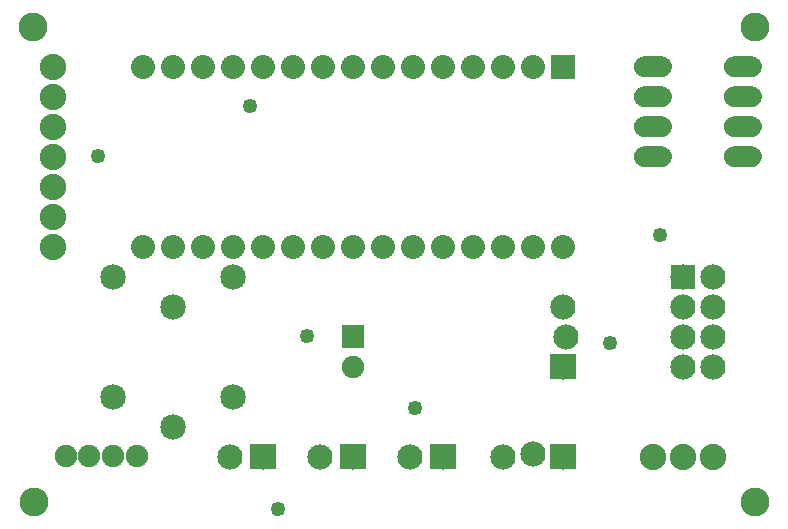
<source format=gts>
G04 MADE WITH FRITZING*
G04 WWW.FRITZING.ORG*
G04 DOUBLE SIDED*
G04 HOLES PLATED*
G04 CONTOUR ON CENTER OF CONTOUR VECTOR*
%ASAXBY*%
%FSLAX23Y23*%
%MOIN*%
%OFA0B0*%
%SFA1.0B1.0*%
%ADD10C,0.085000*%
%ADD11C,0.049370*%
%ADD12C,0.084000*%
%ADD13C,0.075000*%
%ADD14C,0.068189*%
%ADD15C,0.088000*%
%ADD16C,0.080000*%
%ADD17C,0.096614*%
%ADD18R,0.084000X0.084000*%
%ADD19R,0.080000X0.079972*%
%ADD20R,0.001000X0.001000*%
%LNMASK1*%
G90*
G70*
G54D10*
X740Y824D03*
X740Y424D03*
X540Y724D03*
X540Y324D03*
X340Y824D03*
X340Y424D03*
G54D11*
X291Y1227D03*
X1995Y603D03*
X795Y1395D03*
X2163Y963D03*
X987Y627D03*
X1347Y387D03*
X891Y51D03*
G54D12*
X2340Y824D03*
X2340Y724D03*
X2340Y624D03*
X2340Y524D03*
X2240Y824D03*
X2240Y724D03*
X2240Y624D03*
X2240Y524D03*
G54D13*
X182Y228D03*
X261Y228D03*
X340Y228D03*
X419Y228D03*
G54D14*
X2140Y1524D03*
X2140Y1424D03*
X2140Y1324D03*
X2140Y1224D03*
X2440Y1224D03*
X2440Y1324D03*
X2440Y1424D03*
X2440Y1524D03*
G54D12*
X1140Y224D03*
X1030Y224D03*
X1140Y224D03*
X1030Y224D03*
X840Y224D03*
X730Y224D03*
X840Y224D03*
X730Y224D03*
X1440Y224D03*
X1330Y224D03*
X1440Y224D03*
X1330Y224D03*
G54D15*
X2340Y224D03*
X2240Y224D03*
X2140Y224D03*
G54D12*
X1840Y224D03*
X1740Y234D03*
X1640Y224D03*
X1840Y224D03*
X1740Y234D03*
X1640Y224D03*
G54D13*
X1140Y524D03*
X1140Y624D03*
X1140Y524D03*
X1140Y624D03*
G54D12*
X1840Y524D03*
X1850Y624D03*
X1840Y724D03*
X1840Y524D03*
X1850Y624D03*
X1840Y724D03*
G54D15*
X140Y1524D03*
X140Y1424D03*
X140Y1324D03*
X140Y1224D03*
X140Y1124D03*
X140Y1024D03*
X140Y924D03*
G54D16*
X1840Y1524D03*
X1740Y1524D03*
X1640Y1524D03*
X1540Y1524D03*
X1440Y1524D03*
X1340Y1524D03*
X1240Y1524D03*
X1140Y1524D03*
X1040Y1524D03*
X940Y1524D03*
X840Y1524D03*
X740Y1524D03*
X640Y1524D03*
X540Y1524D03*
X440Y1524D03*
X1840Y924D03*
X1740Y924D03*
X1640Y924D03*
X1540Y924D03*
X1440Y924D03*
X1340Y924D03*
X1240Y924D03*
X1140Y924D03*
X1040Y924D03*
X940Y924D03*
X840Y924D03*
X740Y924D03*
X640Y924D03*
X540Y924D03*
X440Y924D03*
G54D17*
X2479Y1658D03*
X2480Y75D03*
X76Y75D03*
X74Y1658D03*
G54D18*
X2240Y824D03*
G54D19*
X1840Y1524D03*
G54D20*
X2107Y1559D02*
X2172Y1559D01*
X2406Y1559D02*
X2472Y1559D01*
X2102Y1558D02*
X2177Y1558D01*
X2402Y1558D02*
X2477Y1558D01*
X2099Y1557D02*
X2180Y1557D01*
X2399Y1557D02*
X2480Y1557D01*
X2096Y1556D02*
X2182Y1556D01*
X2396Y1556D02*
X2482Y1556D01*
X2094Y1555D02*
X2184Y1555D01*
X2394Y1555D02*
X2484Y1555D01*
X2092Y1554D02*
X2186Y1554D01*
X2392Y1554D02*
X2486Y1554D01*
X2091Y1553D02*
X2187Y1553D01*
X2391Y1553D02*
X2487Y1553D01*
X2090Y1552D02*
X2189Y1552D01*
X2389Y1552D02*
X2489Y1552D01*
X2088Y1551D02*
X2190Y1551D01*
X2388Y1551D02*
X2490Y1551D01*
X2087Y1550D02*
X2191Y1550D01*
X2387Y1550D02*
X2491Y1550D01*
X2086Y1549D02*
X2192Y1549D01*
X2386Y1549D02*
X2492Y1549D01*
X2085Y1548D02*
X2193Y1548D01*
X2385Y1548D02*
X2493Y1548D01*
X2084Y1547D02*
X2194Y1547D01*
X2384Y1547D02*
X2494Y1547D01*
X2084Y1546D02*
X2195Y1546D01*
X2384Y1546D02*
X2495Y1546D01*
X2083Y1545D02*
X2195Y1545D01*
X2383Y1545D02*
X2495Y1545D01*
X2082Y1544D02*
X2196Y1544D01*
X2382Y1544D02*
X2496Y1544D01*
X2082Y1543D02*
X2197Y1543D01*
X2382Y1543D02*
X2497Y1543D01*
X2081Y1542D02*
X2197Y1542D01*
X2381Y1542D02*
X2497Y1542D01*
X2080Y1541D02*
X2198Y1541D01*
X2380Y1541D02*
X2498Y1541D01*
X2080Y1540D02*
X2198Y1540D01*
X2380Y1540D02*
X2498Y1540D01*
X2079Y1539D02*
X2136Y1539D01*
X2143Y1539D02*
X2199Y1539D01*
X2379Y1539D02*
X2436Y1539D01*
X2442Y1539D02*
X2499Y1539D01*
X2079Y1538D02*
X2133Y1538D01*
X2146Y1538D02*
X2199Y1538D01*
X2379Y1538D02*
X2433Y1538D01*
X2446Y1538D02*
X2499Y1538D01*
X2079Y1537D02*
X2131Y1537D01*
X2147Y1537D02*
X2200Y1537D01*
X2379Y1537D02*
X2431Y1537D01*
X2447Y1537D02*
X2499Y1537D01*
X2078Y1536D02*
X2130Y1536D01*
X2149Y1536D02*
X2200Y1536D01*
X2378Y1536D02*
X2430Y1536D01*
X2449Y1536D02*
X2500Y1536D01*
X2078Y1535D02*
X2129Y1535D01*
X2150Y1535D02*
X2200Y1535D01*
X2378Y1535D02*
X2428Y1535D01*
X2450Y1535D02*
X2500Y1535D01*
X2078Y1534D02*
X2128Y1534D01*
X2151Y1534D02*
X2201Y1534D01*
X2378Y1534D02*
X2428Y1534D01*
X2450Y1534D02*
X2500Y1534D01*
X2077Y1533D02*
X2127Y1533D01*
X2151Y1533D02*
X2201Y1533D01*
X2377Y1533D02*
X2427Y1533D01*
X2451Y1533D02*
X2501Y1533D01*
X2077Y1532D02*
X2126Y1532D01*
X2152Y1532D02*
X2201Y1532D01*
X2377Y1532D02*
X2426Y1532D01*
X2452Y1532D02*
X2501Y1532D01*
X2077Y1531D02*
X2126Y1531D01*
X2153Y1531D02*
X2201Y1531D01*
X2377Y1531D02*
X2426Y1531D01*
X2452Y1531D02*
X2501Y1531D01*
X2077Y1530D02*
X2125Y1530D01*
X2153Y1530D02*
X2201Y1530D01*
X2377Y1530D02*
X2425Y1530D01*
X2453Y1530D02*
X2501Y1530D01*
X2077Y1529D02*
X2125Y1529D01*
X2153Y1529D02*
X2202Y1529D01*
X2377Y1529D02*
X2425Y1529D01*
X2453Y1529D02*
X2501Y1529D01*
X2077Y1528D02*
X2125Y1528D01*
X2153Y1528D02*
X2202Y1528D01*
X2377Y1528D02*
X2425Y1528D01*
X2453Y1528D02*
X2502Y1528D01*
X2077Y1527D02*
X2125Y1527D01*
X2154Y1527D02*
X2202Y1527D01*
X2376Y1527D02*
X2425Y1527D01*
X2453Y1527D02*
X2502Y1527D01*
X2076Y1526D02*
X2125Y1526D01*
X2154Y1526D02*
X2202Y1526D01*
X2376Y1526D02*
X2425Y1526D01*
X2454Y1526D02*
X2502Y1526D01*
X2076Y1525D02*
X2125Y1525D01*
X2154Y1525D02*
X2202Y1525D01*
X2376Y1525D02*
X2424Y1525D01*
X2454Y1525D02*
X2502Y1525D01*
X2076Y1524D02*
X2125Y1524D01*
X2154Y1524D02*
X2202Y1524D01*
X2376Y1524D02*
X2425Y1524D01*
X2454Y1524D02*
X2502Y1524D01*
X2077Y1523D02*
X2125Y1523D01*
X2154Y1523D02*
X2202Y1523D01*
X2376Y1523D02*
X2425Y1523D01*
X2453Y1523D02*
X2502Y1523D01*
X2077Y1522D02*
X2125Y1522D01*
X2153Y1522D02*
X2202Y1522D01*
X2377Y1522D02*
X2425Y1522D01*
X2453Y1522D02*
X2502Y1522D01*
X2077Y1521D02*
X2125Y1521D01*
X2153Y1521D02*
X2201Y1521D01*
X2377Y1521D02*
X2425Y1521D01*
X2453Y1521D02*
X2501Y1521D01*
X2077Y1520D02*
X2125Y1520D01*
X2153Y1520D02*
X2201Y1520D01*
X2377Y1520D02*
X2425Y1520D01*
X2453Y1520D02*
X2501Y1520D01*
X2077Y1519D02*
X2126Y1519D01*
X2152Y1519D02*
X2201Y1519D01*
X2377Y1519D02*
X2426Y1519D01*
X2452Y1519D02*
X2501Y1519D01*
X2077Y1518D02*
X2126Y1518D01*
X2152Y1518D02*
X2201Y1518D01*
X2377Y1518D02*
X2426Y1518D01*
X2452Y1518D02*
X2501Y1518D01*
X2078Y1517D02*
X2127Y1517D01*
X2151Y1517D02*
X2201Y1517D01*
X2377Y1517D02*
X2427Y1517D01*
X2451Y1517D02*
X2501Y1517D01*
X2078Y1516D02*
X2128Y1516D01*
X2150Y1516D02*
X2200Y1516D01*
X2378Y1516D02*
X2428Y1516D01*
X2450Y1516D02*
X2500Y1516D01*
X2078Y1515D02*
X2129Y1515D01*
X2149Y1515D02*
X2200Y1515D01*
X2378Y1515D02*
X2429Y1515D01*
X2449Y1515D02*
X2500Y1515D01*
X2078Y1514D02*
X2130Y1514D01*
X2148Y1514D02*
X2200Y1514D01*
X2378Y1514D02*
X2430Y1514D01*
X2448Y1514D02*
X2500Y1514D01*
X2079Y1513D02*
X2132Y1513D01*
X2147Y1513D02*
X2199Y1513D01*
X2379Y1513D02*
X2431Y1513D01*
X2447Y1513D02*
X2499Y1513D01*
X2079Y1512D02*
X2134Y1512D01*
X2145Y1512D02*
X2199Y1512D01*
X2379Y1512D02*
X2433Y1512D01*
X2445Y1512D02*
X2499Y1512D01*
X2080Y1511D02*
X2199Y1511D01*
X2380Y1511D02*
X2498Y1511D01*
X2080Y1510D02*
X2198Y1510D01*
X2380Y1510D02*
X2498Y1510D01*
X2081Y1509D02*
X2198Y1509D01*
X2381Y1509D02*
X2498Y1509D01*
X2081Y1508D02*
X2197Y1508D01*
X2381Y1508D02*
X2497Y1508D01*
X2082Y1507D02*
X2196Y1507D01*
X2382Y1507D02*
X2496Y1507D01*
X2082Y1506D02*
X2196Y1506D01*
X2382Y1506D02*
X2496Y1506D01*
X2083Y1505D02*
X2195Y1505D01*
X2383Y1505D02*
X2495Y1505D01*
X2084Y1504D02*
X2194Y1504D01*
X2384Y1504D02*
X2494Y1504D01*
X2085Y1503D02*
X2194Y1503D01*
X2385Y1503D02*
X2493Y1503D01*
X2086Y1502D02*
X2193Y1502D01*
X2386Y1502D02*
X2493Y1502D01*
X2087Y1501D02*
X2192Y1501D01*
X2386Y1501D02*
X2492Y1501D01*
X2088Y1500D02*
X2191Y1500D01*
X2388Y1500D02*
X2491Y1500D01*
X2089Y1499D02*
X2189Y1499D01*
X2389Y1499D02*
X2489Y1499D01*
X2090Y1498D02*
X2188Y1498D01*
X2390Y1498D02*
X2488Y1498D01*
X2091Y1497D02*
X2187Y1497D01*
X2391Y1497D02*
X2487Y1497D01*
X2093Y1496D02*
X2185Y1496D01*
X2393Y1496D02*
X2485Y1496D01*
X2095Y1495D02*
X2183Y1495D01*
X2395Y1495D02*
X2483Y1495D01*
X2097Y1494D02*
X2181Y1494D01*
X2397Y1494D02*
X2481Y1494D01*
X2100Y1493D02*
X2179Y1493D01*
X2400Y1493D02*
X2478Y1493D01*
X2103Y1492D02*
X2175Y1492D01*
X2403Y1492D02*
X2475Y1492D01*
X2106Y1459D02*
X2172Y1459D01*
X2406Y1459D02*
X2472Y1459D01*
X2102Y1458D02*
X2177Y1458D01*
X2401Y1458D02*
X2477Y1458D01*
X2099Y1457D02*
X2180Y1457D01*
X2398Y1457D02*
X2480Y1457D01*
X2096Y1456D02*
X2182Y1456D01*
X2396Y1456D02*
X2482Y1456D01*
X2094Y1455D02*
X2184Y1455D01*
X2394Y1455D02*
X2484Y1455D01*
X2092Y1454D02*
X2186Y1454D01*
X2392Y1454D02*
X2486Y1454D01*
X2091Y1453D02*
X2187Y1453D01*
X2391Y1453D02*
X2487Y1453D01*
X2089Y1452D02*
X2189Y1452D01*
X2389Y1452D02*
X2489Y1452D01*
X2088Y1451D02*
X2190Y1451D01*
X2388Y1451D02*
X2490Y1451D01*
X2087Y1450D02*
X2191Y1450D01*
X2387Y1450D02*
X2491Y1450D01*
X2086Y1449D02*
X2192Y1449D01*
X2386Y1449D02*
X2492Y1449D01*
X2085Y1448D02*
X2193Y1448D01*
X2385Y1448D02*
X2493Y1448D01*
X2084Y1447D02*
X2194Y1447D01*
X2384Y1447D02*
X2494Y1447D01*
X2084Y1446D02*
X2195Y1446D01*
X2384Y1446D02*
X2495Y1446D01*
X2083Y1445D02*
X2195Y1445D01*
X2383Y1445D02*
X2495Y1445D01*
X2082Y1444D02*
X2196Y1444D01*
X2382Y1444D02*
X2496Y1444D01*
X2082Y1443D02*
X2197Y1443D01*
X2381Y1443D02*
X2497Y1443D01*
X2081Y1442D02*
X2197Y1442D01*
X2381Y1442D02*
X2497Y1442D01*
X2080Y1441D02*
X2198Y1441D01*
X2380Y1441D02*
X2498Y1441D01*
X2080Y1440D02*
X2198Y1440D01*
X2380Y1440D02*
X2498Y1440D01*
X2079Y1439D02*
X2135Y1439D01*
X2143Y1439D02*
X2199Y1439D01*
X2379Y1439D02*
X2435Y1439D01*
X2443Y1439D02*
X2499Y1439D01*
X2079Y1438D02*
X2133Y1438D01*
X2146Y1438D02*
X2199Y1438D01*
X2379Y1438D02*
X2432Y1438D01*
X2446Y1438D02*
X2499Y1438D01*
X2079Y1437D02*
X2131Y1437D01*
X2147Y1437D02*
X2200Y1437D01*
X2379Y1437D02*
X2431Y1437D01*
X2447Y1437D02*
X2499Y1437D01*
X2078Y1436D02*
X2130Y1436D01*
X2149Y1436D02*
X2200Y1436D01*
X2378Y1436D02*
X2430Y1436D01*
X2449Y1436D02*
X2500Y1436D01*
X2078Y1435D02*
X2129Y1435D01*
X2150Y1435D02*
X2200Y1435D01*
X2378Y1435D02*
X2428Y1435D01*
X2450Y1435D02*
X2500Y1435D01*
X2078Y1434D02*
X2128Y1434D01*
X2151Y1434D02*
X2201Y1434D01*
X2378Y1434D02*
X2428Y1434D01*
X2451Y1434D02*
X2500Y1434D01*
X2077Y1433D02*
X2127Y1433D01*
X2151Y1433D02*
X2201Y1433D01*
X2377Y1433D02*
X2427Y1433D01*
X2451Y1433D02*
X2501Y1433D01*
X2077Y1432D02*
X2126Y1432D01*
X2152Y1432D02*
X2201Y1432D01*
X2377Y1432D02*
X2426Y1432D01*
X2452Y1432D02*
X2501Y1432D01*
X2077Y1431D02*
X2126Y1431D01*
X2153Y1431D02*
X2201Y1431D01*
X2377Y1431D02*
X2426Y1431D01*
X2452Y1431D02*
X2501Y1431D01*
X2077Y1430D02*
X2125Y1430D01*
X2153Y1430D02*
X2201Y1430D01*
X2377Y1430D02*
X2425Y1430D01*
X2453Y1430D02*
X2501Y1430D01*
X2077Y1429D02*
X2125Y1429D01*
X2153Y1429D02*
X2202Y1429D01*
X2377Y1429D02*
X2425Y1429D01*
X2453Y1429D02*
X2501Y1429D01*
X2077Y1428D02*
X2125Y1428D01*
X2153Y1428D02*
X2202Y1428D01*
X2377Y1428D02*
X2425Y1428D01*
X2453Y1428D02*
X2502Y1428D01*
X2077Y1427D02*
X2125Y1427D01*
X2154Y1427D02*
X2202Y1427D01*
X2376Y1427D02*
X2425Y1427D01*
X2453Y1427D02*
X2502Y1427D01*
X2076Y1426D02*
X2125Y1426D01*
X2154Y1426D02*
X2202Y1426D01*
X2376Y1426D02*
X2425Y1426D01*
X2454Y1426D02*
X2502Y1426D01*
X2076Y1425D02*
X2125Y1425D01*
X2154Y1425D02*
X2202Y1425D01*
X2376Y1425D02*
X2424Y1425D01*
X2454Y1425D02*
X2502Y1425D01*
X2077Y1424D02*
X2125Y1424D01*
X2154Y1424D02*
X2202Y1424D01*
X2376Y1424D02*
X2425Y1424D01*
X2454Y1424D02*
X2502Y1424D01*
X2077Y1423D02*
X2125Y1423D01*
X2154Y1423D02*
X2202Y1423D01*
X2376Y1423D02*
X2425Y1423D01*
X2453Y1423D02*
X2502Y1423D01*
X2077Y1422D02*
X2125Y1422D01*
X2153Y1422D02*
X2202Y1422D01*
X2377Y1422D02*
X2425Y1422D01*
X2453Y1422D02*
X2502Y1422D01*
X2077Y1421D02*
X2125Y1421D01*
X2153Y1421D02*
X2201Y1421D01*
X2377Y1421D02*
X2425Y1421D01*
X2453Y1421D02*
X2501Y1421D01*
X2077Y1420D02*
X2125Y1420D01*
X2153Y1420D02*
X2201Y1420D01*
X2377Y1420D02*
X2425Y1420D01*
X2453Y1420D02*
X2501Y1420D01*
X2077Y1419D02*
X2126Y1419D01*
X2152Y1419D02*
X2201Y1419D01*
X2377Y1419D02*
X2426Y1419D01*
X2452Y1419D02*
X2501Y1419D01*
X2077Y1418D02*
X2127Y1418D01*
X2152Y1418D02*
X2201Y1418D01*
X2377Y1418D02*
X2426Y1418D01*
X2452Y1418D02*
X2501Y1418D01*
X2078Y1417D02*
X2127Y1417D01*
X2151Y1417D02*
X2201Y1417D01*
X2377Y1417D02*
X2427Y1417D01*
X2451Y1417D02*
X2501Y1417D01*
X2078Y1416D02*
X2128Y1416D01*
X2150Y1416D02*
X2200Y1416D01*
X2378Y1416D02*
X2428Y1416D01*
X2450Y1416D02*
X2500Y1416D01*
X2078Y1415D02*
X2129Y1415D01*
X2149Y1415D02*
X2200Y1415D01*
X2378Y1415D02*
X2429Y1415D01*
X2449Y1415D02*
X2500Y1415D01*
X2078Y1414D02*
X2130Y1414D01*
X2148Y1414D02*
X2200Y1414D01*
X2378Y1414D02*
X2430Y1414D01*
X2448Y1414D02*
X2500Y1414D01*
X2079Y1413D02*
X2132Y1413D01*
X2147Y1413D02*
X2199Y1413D01*
X2379Y1413D02*
X2432Y1413D01*
X2447Y1413D02*
X2499Y1413D01*
X2079Y1412D02*
X2134Y1412D01*
X2145Y1412D02*
X2199Y1412D01*
X2379Y1412D02*
X2434Y1412D01*
X2445Y1412D02*
X2499Y1412D01*
X2080Y1411D02*
X2199Y1411D01*
X2380Y1411D02*
X2498Y1411D01*
X2080Y1410D02*
X2198Y1410D01*
X2380Y1410D02*
X2498Y1410D01*
X2081Y1409D02*
X2198Y1409D01*
X2381Y1409D02*
X2498Y1409D01*
X2081Y1408D02*
X2197Y1408D01*
X2381Y1408D02*
X2497Y1408D01*
X2082Y1407D02*
X2196Y1407D01*
X2382Y1407D02*
X2496Y1407D01*
X2082Y1406D02*
X2196Y1406D01*
X2382Y1406D02*
X2496Y1406D01*
X2083Y1405D02*
X2195Y1405D01*
X2383Y1405D02*
X2495Y1405D01*
X2084Y1404D02*
X2194Y1404D01*
X2384Y1404D02*
X2494Y1404D01*
X2085Y1403D02*
X2193Y1403D01*
X2385Y1403D02*
X2493Y1403D01*
X2086Y1402D02*
X2193Y1402D01*
X2386Y1402D02*
X2493Y1402D01*
X2087Y1401D02*
X2192Y1401D01*
X2387Y1401D02*
X2492Y1401D01*
X2088Y1400D02*
X2191Y1400D01*
X2388Y1400D02*
X2490Y1400D01*
X2089Y1399D02*
X2189Y1399D01*
X2389Y1399D02*
X2489Y1399D01*
X2090Y1398D02*
X2188Y1398D01*
X2390Y1398D02*
X2488Y1398D01*
X2092Y1397D02*
X2187Y1397D01*
X2392Y1397D02*
X2487Y1397D01*
X2093Y1396D02*
X2185Y1396D01*
X2393Y1396D02*
X2485Y1396D01*
X2095Y1395D02*
X2183Y1395D01*
X2395Y1395D02*
X2483Y1395D01*
X2097Y1394D02*
X2181Y1394D01*
X2397Y1394D02*
X2481Y1394D01*
X2100Y1393D02*
X2178Y1393D01*
X2400Y1393D02*
X2478Y1393D01*
X2103Y1392D02*
X2175Y1392D01*
X2403Y1392D02*
X2475Y1392D01*
X2106Y1359D02*
X2172Y1359D01*
X2406Y1359D02*
X2472Y1359D01*
X2101Y1358D02*
X2177Y1358D01*
X2401Y1358D02*
X2477Y1358D01*
X2098Y1357D02*
X2180Y1357D01*
X2398Y1357D02*
X2480Y1357D01*
X2096Y1356D02*
X2182Y1356D01*
X2396Y1356D02*
X2482Y1356D01*
X2094Y1355D02*
X2184Y1355D01*
X2394Y1355D02*
X2484Y1355D01*
X2092Y1354D02*
X2186Y1354D01*
X2392Y1354D02*
X2486Y1354D01*
X2091Y1353D02*
X2187Y1353D01*
X2391Y1353D02*
X2487Y1353D01*
X2089Y1352D02*
X2189Y1352D01*
X2389Y1352D02*
X2489Y1352D01*
X2088Y1351D02*
X2190Y1351D01*
X2388Y1351D02*
X2490Y1351D01*
X2087Y1350D02*
X2191Y1350D01*
X2387Y1350D02*
X2491Y1350D01*
X2086Y1349D02*
X2192Y1349D01*
X2386Y1349D02*
X2492Y1349D01*
X2085Y1348D02*
X2193Y1348D01*
X2385Y1348D02*
X2493Y1348D01*
X2084Y1347D02*
X2194Y1347D01*
X2384Y1347D02*
X2494Y1347D01*
X2084Y1346D02*
X2195Y1346D01*
X2383Y1346D02*
X2495Y1346D01*
X2083Y1345D02*
X2195Y1345D01*
X2383Y1345D02*
X2495Y1345D01*
X2082Y1344D02*
X2196Y1344D01*
X2382Y1344D02*
X2496Y1344D01*
X2082Y1343D02*
X2197Y1343D01*
X2381Y1343D02*
X2497Y1343D01*
X2081Y1342D02*
X2197Y1342D01*
X2381Y1342D02*
X2497Y1342D01*
X2080Y1341D02*
X2198Y1341D01*
X2380Y1341D02*
X2498Y1341D01*
X2080Y1340D02*
X2198Y1340D01*
X2380Y1340D02*
X2498Y1340D01*
X2079Y1339D02*
X2135Y1339D01*
X2143Y1339D02*
X2199Y1339D01*
X2379Y1339D02*
X2435Y1339D01*
X2443Y1339D02*
X2499Y1339D01*
X2079Y1338D02*
X2132Y1338D01*
X2146Y1338D02*
X2199Y1338D01*
X2379Y1338D02*
X2432Y1338D01*
X2446Y1338D02*
X2499Y1338D01*
X2079Y1337D02*
X2131Y1337D01*
X2147Y1337D02*
X2200Y1337D01*
X2379Y1337D02*
X2431Y1337D01*
X2447Y1337D02*
X2500Y1337D01*
X2078Y1336D02*
X2130Y1336D01*
X2149Y1336D02*
X2200Y1336D01*
X2378Y1336D02*
X2429Y1336D01*
X2449Y1336D02*
X2500Y1336D01*
X2078Y1335D02*
X2128Y1335D01*
X2150Y1335D02*
X2200Y1335D01*
X2378Y1335D02*
X2428Y1335D01*
X2450Y1335D02*
X2500Y1335D01*
X2078Y1334D02*
X2128Y1334D01*
X2151Y1334D02*
X2201Y1334D01*
X2378Y1334D02*
X2428Y1334D01*
X2451Y1334D02*
X2500Y1334D01*
X2077Y1333D02*
X2127Y1333D01*
X2151Y1333D02*
X2201Y1333D01*
X2377Y1333D02*
X2427Y1333D01*
X2451Y1333D02*
X2501Y1333D01*
X2077Y1332D02*
X2126Y1332D01*
X2152Y1332D02*
X2201Y1332D01*
X2377Y1332D02*
X2426Y1332D01*
X2452Y1332D02*
X2501Y1332D01*
X2077Y1331D02*
X2126Y1331D01*
X2153Y1331D02*
X2201Y1331D01*
X2377Y1331D02*
X2426Y1331D01*
X2452Y1331D02*
X2501Y1331D01*
X2077Y1330D02*
X2125Y1330D01*
X2153Y1330D02*
X2201Y1330D01*
X2377Y1330D02*
X2425Y1330D01*
X2453Y1330D02*
X2501Y1330D01*
X2077Y1329D02*
X2125Y1329D01*
X2153Y1329D02*
X2202Y1329D01*
X2377Y1329D02*
X2425Y1329D01*
X2453Y1329D02*
X2501Y1329D01*
X2077Y1328D02*
X2125Y1328D01*
X2153Y1328D02*
X2202Y1328D01*
X2377Y1328D02*
X2425Y1328D01*
X2453Y1328D02*
X2502Y1328D01*
X2077Y1327D02*
X2125Y1327D01*
X2154Y1327D02*
X2202Y1327D01*
X2376Y1327D02*
X2425Y1327D01*
X2453Y1327D02*
X2502Y1327D01*
X2076Y1326D02*
X2125Y1326D01*
X2154Y1326D02*
X2202Y1326D01*
X2376Y1326D02*
X2425Y1326D01*
X2454Y1326D02*
X2502Y1326D01*
X2076Y1325D02*
X2125Y1325D01*
X2154Y1325D02*
X2202Y1325D01*
X2376Y1325D02*
X2424Y1325D01*
X2454Y1325D02*
X2502Y1325D01*
X2077Y1324D02*
X2125Y1324D01*
X2154Y1324D02*
X2202Y1324D01*
X2376Y1324D02*
X2425Y1324D01*
X2454Y1324D02*
X2502Y1324D01*
X2077Y1323D02*
X2125Y1323D01*
X2154Y1323D02*
X2202Y1323D01*
X2376Y1323D02*
X2425Y1323D01*
X2453Y1323D02*
X2502Y1323D01*
X2077Y1322D02*
X2125Y1322D01*
X2153Y1322D02*
X2202Y1322D01*
X2377Y1322D02*
X2425Y1322D01*
X2453Y1322D02*
X2502Y1322D01*
X2077Y1321D02*
X2125Y1321D01*
X2153Y1321D02*
X2201Y1321D01*
X2377Y1321D02*
X2425Y1321D01*
X2453Y1321D02*
X2501Y1321D01*
X2077Y1320D02*
X2125Y1320D01*
X2153Y1320D02*
X2201Y1320D01*
X2377Y1320D02*
X2425Y1320D01*
X2453Y1320D02*
X2501Y1320D01*
X2077Y1319D02*
X2126Y1319D01*
X2152Y1319D02*
X2201Y1319D01*
X2377Y1319D02*
X2426Y1319D01*
X2452Y1319D02*
X2501Y1319D01*
X2077Y1318D02*
X2127Y1318D01*
X2152Y1318D02*
X2201Y1318D01*
X2377Y1318D02*
X2426Y1318D01*
X2452Y1318D02*
X2501Y1318D01*
X2078Y1317D02*
X2127Y1317D01*
X2151Y1317D02*
X2201Y1317D01*
X2377Y1317D02*
X2427Y1317D01*
X2451Y1317D02*
X2501Y1317D01*
X2078Y1316D02*
X2128Y1316D01*
X2150Y1316D02*
X2200Y1316D01*
X2378Y1316D02*
X2428Y1316D01*
X2450Y1316D02*
X2500Y1316D01*
X2078Y1315D02*
X2129Y1315D01*
X2149Y1315D02*
X2200Y1315D01*
X2378Y1315D02*
X2429Y1315D01*
X2449Y1315D02*
X2500Y1315D01*
X2078Y1314D02*
X2130Y1314D01*
X2148Y1314D02*
X2200Y1314D01*
X2378Y1314D02*
X2430Y1314D01*
X2448Y1314D02*
X2500Y1314D01*
X2079Y1313D02*
X2132Y1313D01*
X2147Y1313D02*
X2199Y1313D01*
X2379Y1313D02*
X2432Y1313D01*
X2446Y1313D02*
X2499Y1313D01*
X2079Y1312D02*
X2134Y1312D01*
X2144Y1312D02*
X2199Y1312D01*
X2379Y1312D02*
X2434Y1312D01*
X2444Y1312D02*
X2499Y1312D01*
X2080Y1311D02*
X2199Y1311D01*
X2380Y1311D02*
X2498Y1311D01*
X2080Y1310D02*
X2198Y1310D01*
X2380Y1310D02*
X2498Y1310D01*
X2081Y1309D02*
X2198Y1309D01*
X2381Y1309D02*
X2497Y1309D01*
X2081Y1308D02*
X2197Y1308D01*
X2381Y1308D02*
X2497Y1308D01*
X2082Y1307D02*
X2196Y1307D01*
X2382Y1307D02*
X2496Y1307D01*
X2082Y1306D02*
X2196Y1306D01*
X2382Y1306D02*
X2496Y1306D01*
X2083Y1305D02*
X2195Y1305D01*
X2383Y1305D02*
X2495Y1305D01*
X2084Y1304D02*
X2194Y1304D01*
X2384Y1304D02*
X2494Y1304D01*
X2085Y1303D02*
X2193Y1303D01*
X2385Y1303D02*
X2493Y1303D01*
X2086Y1302D02*
X2193Y1302D01*
X2386Y1302D02*
X2492Y1302D01*
X2087Y1301D02*
X2192Y1301D01*
X2387Y1301D02*
X2492Y1301D01*
X2088Y1300D02*
X2191Y1300D01*
X2388Y1300D02*
X2490Y1300D01*
X2089Y1299D02*
X2189Y1299D01*
X2389Y1299D02*
X2489Y1299D01*
X2090Y1298D02*
X2188Y1298D01*
X2390Y1298D02*
X2488Y1298D01*
X2092Y1297D02*
X2187Y1297D01*
X2392Y1297D02*
X2487Y1297D01*
X2093Y1296D02*
X2185Y1296D01*
X2393Y1296D02*
X2485Y1296D01*
X2095Y1295D02*
X2183Y1295D01*
X2395Y1295D02*
X2483Y1295D01*
X2097Y1294D02*
X2181Y1294D01*
X2397Y1294D02*
X2481Y1294D01*
X2100Y1293D02*
X2178Y1293D01*
X2400Y1293D02*
X2478Y1293D01*
X2103Y1292D02*
X2175Y1292D01*
X2403Y1292D02*
X2475Y1292D01*
X2106Y1259D02*
X2172Y1259D01*
X2406Y1259D02*
X2472Y1259D01*
X2101Y1258D02*
X2177Y1258D01*
X2401Y1258D02*
X2477Y1258D01*
X2098Y1257D02*
X2180Y1257D01*
X2398Y1257D02*
X2480Y1257D01*
X2096Y1256D02*
X2182Y1256D01*
X2396Y1256D02*
X2482Y1256D01*
X2094Y1255D02*
X2184Y1255D01*
X2394Y1255D02*
X2484Y1255D01*
X2092Y1254D02*
X2186Y1254D01*
X2392Y1254D02*
X2486Y1254D01*
X2091Y1253D02*
X2187Y1253D01*
X2391Y1253D02*
X2487Y1253D01*
X2089Y1252D02*
X2189Y1252D01*
X2389Y1252D02*
X2489Y1252D01*
X2088Y1251D02*
X2190Y1251D01*
X2388Y1251D02*
X2490Y1251D01*
X2087Y1250D02*
X2191Y1250D01*
X2387Y1250D02*
X2491Y1250D01*
X2086Y1249D02*
X2192Y1249D01*
X2386Y1249D02*
X2492Y1249D01*
X2085Y1248D02*
X2193Y1248D01*
X2385Y1248D02*
X2493Y1248D01*
X2084Y1247D02*
X2194Y1247D01*
X2384Y1247D02*
X2494Y1247D01*
X2084Y1246D02*
X2195Y1246D01*
X2383Y1246D02*
X2495Y1246D01*
X2083Y1245D02*
X2195Y1245D01*
X2383Y1245D02*
X2495Y1245D01*
X2082Y1244D02*
X2196Y1244D01*
X2382Y1244D02*
X2496Y1244D01*
X2082Y1243D02*
X2197Y1243D01*
X2381Y1243D02*
X2497Y1243D01*
X2081Y1242D02*
X2197Y1242D01*
X2381Y1242D02*
X2497Y1242D01*
X2080Y1241D02*
X2198Y1241D01*
X2380Y1241D02*
X2498Y1241D01*
X2080Y1240D02*
X2198Y1240D01*
X2380Y1240D02*
X2498Y1240D01*
X2079Y1239D02*
X2135Y1239D01*
X2143Y1239D02*
X2199Y1239D01*
X2379Y1239D02*
X2435Y1239D01*
X2443Y1239D02*
X2499Y1239D01*
X2079Y1238D02*
X2132Y1238D01*
X2146Y1238D02*
X2199Y1238D01*
X2379Y1238D02*
X2432Y1238D01*
X2446Y1238D02*
X2499Y1238D01*
X2079Y1237D02*
X2131Y1237D01*
X2148Y1237D02*
X2200Y1237D01*
X2379Y1237D02*
X2431Y1237D01*
X2447Y1237D02*
X2500Y1237D01*
X2078Y1236D02*
X2129Y1236D01*
X2149Y1236D02*
X2200Y1236D01*
X2378Y1236D02*
X2429Y1236D01*
X2449Y1236D02*
X2500Y1236D01*
X2078Y1235D02*
X2128Y1235D01*
X2150Y1235D02*
X2200Y1235D01*
X2378Y1235D02*
X2428Y1235D01*
X2450Y1235D02*
X2500Y1235D01*
X2078Y1234D02*
X2128Y1234D01*
X2151Y1234D02*
X2201Y1234D01*
X2378Y1234D02*
X2427Y1234D01*
X2451Y1234D02*
X2500Y1234D01*
X2077Y1233D02*
X2127Y1233D01*
X2151Y1233D02*
X2201Y1233D01*
X2377Y1233D02*
X2427Y1233D01*
X2451Y1233D02*
X2501Y1233D01*
X2077Y1232D02*
X2126Y1232D01*
X2152Y1232D02*
X2201Y1232D01*
X2377Y1232D02*
X2426Y1232D01*
X2452Y1232D02*
X2501Y1232D01*
X2077Y1231D02*
X2126Y1231D01*
X2153Y1231D02*
X2201Y1231D01*
X2377Y1231D02*
X2426Y1231D01*
X2453Y1231D02*
X2501Y1231D01*
X2077Y1230D02*
X2125Y1230D01*
X2153Y1230D02*
X2201Y1230D01*
X2377Y1230D02*
X2425Y1230D01*
X2453Y1230D02*
X2501Y1230D01*
X2077Y1229D02*
X2125Y1229D01*
X2153Y1229D02*
X2202Y1229D01*
X2377Y1229D02*
X2425Y1229D01*
X2453Y1229D02*
X2501Y1229D01*
X2077Y1228D02*
X2125Y1228D01*
X2153Y1228D02*
X2202Y1228D01*
X2377Y1228D02*
X2425Y1228D01*
X2453Y1228D02*
X2502Y1228D01*
X2077Y1227D02*
X2125Y1227D01*
X2154Y1227D02*
X2202Y1227D01*
X2376Y1227D02*
X2425Y1227D01*
X2453Y1227D02*
X2502Y1227D01*
X2076Y1226D02*
X2125Y1226D01*
X2154Y1226D02*
X2202Y1226D01*
X2376Y1226D02*
X2425Y1226D01*
X2454Y1226D02*
X2502Y1226D01*
X2076Y1225D02*
X2125Y1225D01*
X2154Y1225D02*
X2202Y1225D01*
X2376Y1225D02*
X2424Y1225D01*
X2454Y1225D02*
X2502Y1225D01*
X2077Y1224D02*
X2125Y1224D01*
X2154Y1224D02*
X2202Y1224D01*
X2376Y1224D02*
X2425Y1224D01*
X2454Y1224D02*
X2502Y1224D01*
X2077Y1223D02*
X2125Y1223D01*
X2154Y1223D02*
X2202Y1223D01*
X2376Y1223D02*
X2425Y1223D01*
X2453Y1223D02*
X2502Y1223D01*
X2077Y1222D02*
X2125Y1222D01*
X2153Y1222D02*
X2202Y1222D01*
X2377Y1222D02*
X2425Y1222D01*
X2453Y1222D02*
X2502Y1222D01*
X2077Y1221D02*
X2125Y1221D01*
X2153Y1221D02*
X2201Y1221D01*
X2377Y1221D02*
X2425Y1221D01*
X2453Y1221D02*
X2501Y1221D01*
X2077Y1220D02*
X2126Y1220D01*
X2153Y1220D02*
X2201Y1220D01*
X2377Y1220D02*
X2425Y1220D01*
X2453Y1220D02*
X2501Y1220D01*
X2077Y1219D02*
X2126Y1219D01*
X2152Y1219D02*
X2201Y1219D01*
X2377Y1219D02*
X2426Y1219D01*
X2452Y1219D02*
X2501Y1219D01*
X2077Y1218D02*
X2127Y1218D01*
X2152Y1218D02*
X2201Y1218D01*
X2377Y1218D02*
X2426Y1218D01*
X2452Y1218D02*
X2501Y1218D01*
X2078Y1217D02*
X2127Y1217D01*
X2151Y1217D02*
X2201Y1217D01*
X2378Y1217D02*
X2427Y1217D01*
X2451Y1217D02*
X2501Y1217D01*
X2078Y1216D02*
X2128Y1216D01*
X2150Y1216D02*
X2200Y1216D01*
X2378Y1216D02*
X2428Y1216D01*
X2450Y1216D02*
X2500Y1216D01*
X2078Y1215D02*
X2129Y1215D01*
X2149Y1215D02*
X2200Y1215D01*
X2378Y1215D02*
X2429Y1215D01*
X2449Y1215D02*
X2500Y1215D01*
X2079Y1214D02*
X2130Y1214D01*
X2148Y1214D02*
X2200Y1214D01*
X2378Y1214D02*
X2430Y1214D01*
X2448Y1214D02*
X2500Y1214D01*
X2079Y1213D02*
X2132Y1213D01*
X2146Y1213D02*
X2199Y1213D01*
X2379Y1213D02*
X2432Y1213D01*
X2446Y1213D02*
X2499Y1213D01*
X2079Y1212D02*
X2134Y1212D01*
X2144Y1212D02*
X2199Y1212D01*
X2379Y1212D02*
X2434Y1212D01*
X2444Y1212D02*
X2499Y1212D01*
X2080Y1211D02*
X2199Y1211D01*
X2380Y1211D02*
X2498Y1211D01*
X2080Y1210D02*
X2198Y1210D01*
X2380Y1210D02*
X2498Y1210D01*
X2081Y1209D02*
X2198Y1209D01*
X2381Y1209D02*
X2497Y1209D01*
X2081Y1208D02*
X2197Y1208D01*
X2381Y1208D02*
X2497Y1208D01*
X2082Y1207D02*
X2196Y1207D01*
X2382Y1207D02*
X2496Y1207D01*
X2083Y1206D02*
X2196Y1206D01*
X2382Y1206D02*
X2496Y1206D01*
X2083Y1205D02*
X2195Y1205D01*
X2383Y1205D02*
X2495Y1205D01*
X2084Y1204D02*
X2194Y1204D01*
X2384Y1204D02*
X2494Y1204D01*
X2085Y1203D02*
X2193Y1203D01*
X2385Y1203D02*
X2493Y1203D01*
X2086Y1202D02*
X2193Y1202D01*
X2386Y1202D02*
X2492Y1202D01*
X2087Y1201D02*
X2192Y1201D01*
X2387Y1201D02*
X2491Y1201D01*
X2088Y1200D02*
X2190Y1200D01*
X2388Y1200D02*
X2490Y1200D01*
X2089Y1199D02*
X2189Y1199D01*
X2389Y1199D02*
X2489Y1199D01*
X2090Y1198D02*
X2188Y1198D01*
X2390Y1198D02*
X2488Y1198D01*
X2092Y1197D02*
X2187Y1197D01*
X2392Y1197D02*
X2486Y1197D01*
X2093Y1196D02*
X2185Y1196D01*
X2393Y1196D02*
X2485Y1196D01*
X2095Y1195D02*
X2183Y1195D01*
X2395Y1195D02*
X2483Y1195D01*
X2097Y1194D02*
X2181Y1194D01*
X2397Y1194D02*
X2481Y1194D01*
X2100Y1193D02*
X2178Y1193D01*
X2400Y1193D02*
X2478Y1193D01*
X2104Y1192D02*
X2175Y1192D01*
X2404Y1192D02*
X2475Y1192D01*
X1103Y663D02*
X1176Y663D01*
X1102Y662D02*
X1176Y662D01*
X1102Y661D02*
X1176Y661D01*
X1102Y660D02*
X1176Y660D01*
X1102Y659D02*
X1176Y659D01*
X1102Y658D02*
X1176Y658D01*
X1102Y657D02*
X1176Y657D01*
X1102Y656D02*
X1176Y656D01*
X1102Y655D02*
X1176Y655D01*
X1102Y654D02*
X1176Y654D01*
X1102Y653D02*
X1176Y653D01*
X1102Y652D02*
X1176Y652D01*
X1102Y651D02*
X1176Y651D01*
X1102Y650D02*
X1176Y650D01*
X1102Y649D02*
X1176Y649D01*
X1102Y648D02*
X1176Y648D01*
X1102Y647D02*
X1176Y647D01*
X1102Y646D02*
X1176Y646D01*
X1102Y645D02*
X1176Y645D01*
X1102Y644D02*
X1176Y644D01*
X1102Y643D02*
X1176Y643D01*
X1102Y642D02*
X1176Y642D01*
X1102Y641D02*
X1176Y641D01*
X1102Y640D02*
X1176Y640D01*
X1102Y639D02*
X1176Y639D01*
X1102Y638D02*
X1176Y638D01*
X1102Y637D02*
X1176Y637D01*
X1102Y636D02*
X1176Y636D01*
X1102Y635D02*
X1176Y635D01*
X1102Y634D02*
X1136Y634D01*
X1143Y634D02*
X1176Y634D01*
X1102Y633D02*
X1134Y633D01*
X1145Y633D02*
X1176Y633D01*
X1102Y632D02*
X1133Y632D01*
X1146Y632D02*
X1176Y632D01*
X1102Y631D02*
X1132Y631D01*
X1147Y631D02*
X1176Y631D01*
X1102Y630D02*
X1131Y630D01*
X1147Y630D02*
X1176Y630D01*
X1102Y629D02*
X1131Y629D01*
X1148Y629D02*
X1176Y629D01*
X1102Y628D02*
X1130Y628D01*
X1148Y628D02*
X1176Y628D01*
X1102Y627D02*
X1130Y627D01*
X1149Y627D02*
X1176Y627D01*
X1102Y626D02*
X1130Y626D01*
X1149Y626D02*
X1176Y626D01*
X1102Y625D02*
X1130Y625D01*
X1149Y625D02*
X1176Y625D01*
X1102Y624D02*
X1130Y624D01*
X1149Y624D02*
X1176Y624D01*
X1102Y623D02*
X1130Y623D01*
X1148Y623D02*
X1176Y623D01*
X1102Y622D02*
X1131Y622D01*
X1148Y622D02*
X1176Y622D01*
X1102Y621D02*
X1131Y621D01*
X1147Y621D02*
X1176Y621D01*
X1102Y620D02*
X1132Y620D01*
X1147Y620D02*
X1176Y620D01*
X1102Y619D02*
X1133Y619D01*
X1146Y619D02*
X1176Y619D01*
X1102Y618D02*
X1134Y618D01*
X1145Y618D02*
X1176Y618D01*
X1102Y617D02*
X1137Y617D01*
X1142Y617D02*
X1176Y617D01*
X1102Y616D02*
X1176Y616D01*
X1102Y615D02*
X1176Y615D01*
X1102Y614D02*
X1176Y614D01*
X1102Y613D02*
X1176Y613D01*
X1102Y612D02*
X1176Y612D01*
X1102Y611D02*
X1176Y611D01*
X1102Y610D02*
X1176Y610D01*
X1102Y609D02*
X1176Y609D01*
X1102Y608D02*
X1176Y608D01*
X1102Y607D02*
X1176Y607D01*
X1102Y606D02*
X1176Y606D01*
X1102Y605D02*
X1176Y605D01*
X1102Y604D02*
X1176Y604D01*
X1102Y603D02*
X1176Y603D01*
X1102Y602D02*
X1176Y602D01*
X1102Y601D02*
X1176Y601D01*
X1102Y600D02*
X1176Y600D01*
X1102Y599D02*
X1176Y599D01*
X1102Y598D02*
X1176Y598D01*
X1102Y597D02*
X1176Y597D01*
X1102Y596D02*
X1176Y596D01*
X1102Y595D02*
X1176Y595D01*
X1102Y594D02*
X1176Y594D01*
X1102Y593D02*
X1176Y593D01*
X1102Y592D02*
X1176Y592D01*
X1102Y591D02*
X1176Y591D01*
X1102Y590D02*
X1176Y590D01*
X1102Y589D02*
X1176Y589D01*
X1798Y567D02*
X1881Y567D01*
X1798Y566D02*
X1881Y566D01*
X1798Y565D02*
X1881Y565D01*
X1798Y564D02*
X1881Y564D01*
X1798Y563D02*
X1881Y563D01*
X1798Y562D02*
X1881Y562D01*
X1798Y561D02*
X1881Y561D01*
X1798Y560D02*
X1881Y560D01*
X1798Y559D02*
X1881Y559D01*
X1798Y558D02*
X1881Y558D01*
X1798Y557D02*
X1881Y557D01*
X1798Y556D02*
X1881Y556D01*
X1798Y555D02*
X1881Y555D01*
X1798Y554D02*
X1881Y554D01*
X1798Y553D02*
X1881Y553D01*
X1798Y552D02*
X1881Y552D01*
X1798Y551D02*
X1881Y551D01*
X1798Y550D02*
X1881Y550D01*
X1798Y549D02*
X1881Y549D01*
X1798Y548D02*
X1881Y548D01*
X1798Y547D02*
X1881Y547D01*
X1798Y546D02*
X1881Y546D01*
X1798Y545D02*
X1881Y545D01*
X1798Y544D02*
X1881Y544D01*
X1798Y543D02*
X1881Y543D01*
X1798Y542D02*
X1881Y542D01*
X1798Y541D02*
X1881Y541D01*
X1798Y540D02*
X1834Y540D01*
X1844Y540D02*
X1881Y540D01*
X1798Y539D02*
X1832Y539D01*
X1846Y539D02*
X1881Y539D01*
X1798Y538D02*
X1830Y538D01*
X1848Y538D02*
X1881Y538D01*
X1798Y537D02*
X1829Y537D01*
X1849Y537D02*
X1881Y537D01*
X1798Y536D02*
X1828Y536D01*
X1850Y536D02*
X1881Y536D01*
X1798Y535D02*
X1827Y535D01*
X1851Y535D02*
X1881Y535D01*
X1798Y534D02*
X1826Y534D01*
X1852Y534D02*
X1881Y534D01*
X1798Y533D02*
X1826Y533D01*
X1853Y533D02*
X1881Y533D01*
X1798Y532D02*
X1825Y532D01*
X1853Y532D02*
X1881Y532D01*
X1798Y531D02*
X1825Y531D01*
X1854Y531D02*
X1881Y531D01*
X1798Y530D02*
X1824Y530D01*
X1854Y530D02*
X1881Y530D01*
X1798Y529D02*
X1824Y529D01*
X1854Y529D02*
X1881Y529D01*
X1798Y528D02*
X1824Y528D01*
X1854Y528D02*
X1881Y528D01*
X1798Y527D02*
X1824Y527D01*
X1855Y527D02*
X1881Y527D01*
X1798Y526D02*
X1824Y526D01*
X1855Y526D02*
X1881Y526D01*
X1798Y525D02*
X1824Y525D01*
X1855Y525D02*
X1881Y525D01*
X1798Y524D02*
X1824Y524D01*
X1855Y524D02*
X1881Y524D01*
X1798Y523D02*
X1824Y523D01*
X1854Y523D02*
X1881Y523D01*
X1798Y522D02*
X1824Y522D01*
X1854Y522D02*
X1881Y522D01*
X1798Y521D02*
X1824Y521D01*
X1854Y521D02*
X1881Y521D01*
X1798Y520D02*
X1825Y520D01*
X1854Y520D02*
X1881Y520D01*
X1798Y519D02*
X1825Y519D01*
X1853Y519D02*
X1881Y519D01*
X1798Y518D02*
X1826Y518D01*
X1853Y518D02*
X1881Y518D01*
X1798Y517D02*
X1826Y517D01*
X1852Y517D02*
X1881Y517D01*
X1798Y516D02*
X1827Y516D01*
X1851Y516D02*
X1881Y516D01*
X1798Y515D02*
X1828Y515D01*
X1850Y515D02*
X1881Y515D01*
X1798Y514D02*
X1829Y514D01*
X1849Y514D02*
X1881Y514D01*
X1798Y513D02*
X1831Y513D01*
X1848Y513D02*
X1881Y513D01*
X1798Y512D02*
X1832Y512D01*
X1846Y512D02*
X1881Y512D01*
X1798Y511D02*
X1835Y511D01*
X1843Y511D02*
X1881Y511D01*
X1798Y510D02*
X1881Y510D01*
X1798Y509D02*
X1881Y509D01*
X1798Y508D02*
X1881Y508D01*
X1798Y507D02*
X1881Y507D01*
X1798Y506D02*
X1881Y506D01*
X1798Y505D02*
X1881Y505D01*
X1798Y504D02*
X1881Y504D01*
X1798Y503D02*
X1881Y503D01*
X1798Y502D02*
X1881Y502D01*
X1798Y501D02*
X1881Y501D01*
X1798Y500D02*
X1881Y500D01*
X1798Y499D02*
X1881Y499D01*
X1798Y498D02*
X1881Y498D01*
X1798Y497D02*
X1881Y497D01*
X1798Y496D02*
X1881Y496D01*
X1798Y495D02*
X1881Y495D01*
X1798Y494D02*
X1881Y494D01*
X1798Y493D02*
X1881Y493D01*
X1798Y492D02*
X1881Y492D01*
X1798Y491D02*
X1881Y491D01*
X1798Y490D02*
X1881Y490D01*
X1798Y489D02*
X1881Y489D01*
X1798Y488D02*
X1881Y488D01*
X1798Y487D02*
X1881Y487D01*
X1798Y486D02*
X1881Y486D01*
X1798Y485D02*
X1881Y485D01*
X1798Y484D02*
X1881Y484D01*
X798Y267D02*
X881Y267D01*
X1098Y267D02*
X1181Y267D01*
X1398Y267D02*
X1481Y267D01*
X1798Y267D02*
X1881Y267D01*
X798Y266D02*
X881Y266D01*
X1098Y266D02*
X1181Y266D01*
X1398Y266D02*
X1481Y266D01*
X1798Y266D02*
X1881Y266D01*
X798Y265D02*
X881Y265D01*
X1098Y265D02*
X1181Y265D01*
X1398Y265D02*
X1481Y265D01*
X1798Y265D02*
X1881Y265D01*
X798Y264D02*
X881Y264D01*
X1098Y264D02*
X1181Y264D01*
X1398Y264D02*
X1481Y264D01*
X1798Y264D02*
X1881Y264D01*
X798Y263D02*
X881Y263D01*
X1098Y263D02*
X1181Y263D01*
X1398Y263D02*
X1481Y263D01*
X1798Y263D02*
X1881Y263D01*
X798Y262D02*
X881Y262D01*
X1098Y262D02*
X1181Y262D01*
X1398Y262D02*
X1481Y262D01*
X1798Y262D02*
X1881Y262D01*
X798Y261D02*
X881Y261D01*
X1098Y261D02*
X1181Y261D01*
X1398Y261D02*
X1481Y261D01*
X1798Y261D02*
X1881Y261D01*
X798Y260D02*
X881Y260D01*
X1098Y260D02*
X1181Y260D01*
X1398Y260D02*
X1481Y260D01*
X1798Y260D02*
X1881Y260D01*
X798Y259D02*
X881Y259D01*
X1098Y259D02*
X1181Y259D01*
X1398Y259D02*
X1481Y259D01*
X1798Y259D02*
X1881Y259D01*
X798Y258D02*
X881Y258D01*
X1098Y258D02*
X1181Y258D01*
X1398Y258D02*
X1481Y258D01*
X1798Y258D02*
X1881Y258D01*
X798Y257D02*
X881Y257D01*
X1098Y257D02*
X1181Y257D01*
X1398Y257D02*
X1481Y257D01*
X1798Y257D02*
X1881Y257D01*
X798Y256D02*
X881Y256D01*
X1098Y256D02*
X1181Y256D01*
X1398Y256D02*
X1481Y256D01*
X1798Y256D02*
X1881Y256D01*
X798Y255D02*
X881Y255D01*
X1098Y255D02*
X1181Y255D01*
X1398Y255D02*
X1481Y255D01*
X1798Y255D02*
X1881Y255D01*
X798Y254D02*
X881Y254D01*
X1098Y254D02*
X1181Y254D01*
X1398Y254D02*
X1481Y254D01*
X1798Y254D02*
X1881Y254D01*
X798Y253D02*
X881Y253D01*
X1098Y253D02*
X1181Y253D01*
X1398Y253D02*
X1481Y253D01*
X1798Y253D02*
X1881Y253D01*
X798Y252D02*
X881Y252D01*
X1098Y252D02*
X1181Y252D01*
X1398Y252D02*
X1481Y252D01*
X1798Y252D02*
X1881Y252D01*
X798Y251D02*
X881Y251D01*
X1098Y251D02*
X1181Y251D01*
X1398Y251D02*
X1481Y251D01*
X1798Y251D02*
X1881Y251D01*
X798Y250D02*
X881Y250D01*
X1098Y250D02*
X1181Y250D01*
X1398Y250D02*
X1481Y250D01*
X1798Y250D02*
X1881Y250D01*
X798Y249D02*
X881Y249D01*
X1098Y249D02*
X1181Y249D01*
X1398Y249D02*
X1481Y249D01*
X1798Y249D02*
X1881Y249D01*
X798Y248D02*
X881Y248D01*
X1098Y248D02*
X1181Y248D01*
X1398Y248D02*
X1481Y248D01*
X1798Y248D02*
X1881Y248D01*
X798Y247D02*
X881Y247D01*
X1098Y247D02*
X1181Y247D01*
X1398Y247D02*
X1481Y247D01*
X1798Y247D02*
X1881Y247D01*
X798Y246D02*
X881Y246D01*
X1098Y246D02*
X1181Y246D01*
X1398Y246D02*
X1481Y246D01*
X1798Y246D02*
X1881Y246D01*
X798Y245D02*
X881Y245D01*
X1098Y245D02*
X1181Y245D01*
X1398Y245D02*
X1481Y245D01*
X1798Y245D02*
X1881Y245D01*
X798Y244D02*
X881Y244D01*
X1098Y244D02*
X1181Y244D01*
X1398Y244D02*
X1481Y244D01*
X1798Y244D02*
X1881Y244D01*
X798Y243D02*
X881Y243D01*
X1098Y243D02*
X1181Y243D01*
X1398Y243D02*
X1481Y243D01*
X1798Y243D02*
X1881Y243D01*
X798Y242D02*
X881Y242D01*
X1098Y242D02*
X1181Y242D01*
X1398Y242D02*
X1481Y242D01*
X1798Y242D02*
X1881Y242D01*
X798Y241D02*
X881Y241D01*
X1098Y241D02*
X1181Y241D01*
X1398Y241D02*
X1481Y241D01*
X1798Y241D02*
X1881Y241D01*
X798Y240D02*
X834Y240D01*
X845Y240D02*
X881Y240D01*
X1098Y240D02*
X1134Y240D01*
X1144Y240D02*
X1181Y240D01*
X1398Y240D02*
X1434Y240D01*
X1444Y240D02*
X1481Y240D01*
X1798Y240D02*
X1834Y240D01*
X1844Y240D02*
X1881Y240D01*
X798Y239D02*
X832Y239D01*
X847Y239D02*
X881Y239D01*
X1098Y239D02*
X1132Y239D01*
X1147Y239D02*
X1181Y239D01*
X1398Y239D02*
X1432Y239D01*
X1447Y239D02*
X1481Y239D01*
X1798Y239D02*
X1832Y239D01*
X1847Y239D02*
X1881Y239D01*
X798Y238D02*
X830Y238D01*
X849Y238D02*
X881Y238D01*
X1098Y238D02*
X1130Y238D01*
X1148Y238D02*
X1181Y238D01*
X1398Y238D02*
X1430Y238D01*
X1448Y238D02*
X1481Y238D01*
X1798Y238D02*
X1830Y238D01*
X1848Y238D02*
X1881Y238D01*
X798Y237D02*
X829Y237D01*
X850Y237D02*
X881Y237D01*
X1098Y237D02*
X1129Y237D01*
X1150Y237D02*
X1181Y237D01*
X1398Y237D02*
X1429Y237D01*
X1450Y237D02*
X1481Y237D01*
X1798Y237D02*
X1829Y237D01*
X1850Y237D02*
X1881Y237D01*
X798Y236D02*
X828Y236D01*
X851Y236D02*
X881Y236D01*
X1098Y236D02*
X1128Y236D01*
X1151Y236D02*
X1181Y236D01*
X1398Y236D02*
X1428Y236D01*
X1451Y236D02*
X1481Y236D01*
X1798Y236D02*
X1828Y236D01*
X1851Y236D02*
X1881Y236D01*
X798Y235D02*
X827Y235D01*
X852Y235D02*
X881Y235D01*
X1098Y235D02*
X1127Y235D01*
X1152Y235D02*
X1181Y235D01*
X1398Y235D02*
X1427Y235D01*
X1452Y235D02*
X1481Y235D01*
X1798Y235D02*
X1827Y235D01*
X1851Y235D02*
X1881Y235D01*
X798Y234D02*
X826Y234D01*
X852Y234D02*
X881Y234D01*
X1098Y234D02*
X1126Y234D01*
X1152Y234D02*
X1181Y234D01*
X1398Y234D02*
X1426Y234D01*
X1452Y234D02*
X1481Y234D01*
X1798Y234D02*
X1826Y234D01*
X1852Y234D02*
X1881Y234D01*
X798Y233D02*
X826Y233D01*
X853Y233D02*
X881Y233D01*
X1098Y233D02*
X1126Y233D01*
X1153Y233D02*
X1181Y233D01*
X1398Y233D02*
X1426Y233D01*
X1453Y233D02*
X1481Y233D01*
X1798Y233D02*
X1826Y233D01*
X1853Y233D02*
X1881Y233D01*
X798Y232D02*
X825Y232D01*
X854Y232D02*
X881Y232D01*
X1098Y232D02*
X1125Y232D01*
X1154Y232D02*
X1181Y232D01*
X1398Y232D02*
X1425Y232D01*
X1453Y232D02*
X1481Y232D01*
X1798Y232D02*
X1825Y232D01*
X1853Y232D02*
X1881Y232D01*
X798Y231D02*
X825Y231D01*
X854Y231D02*
X881Y231D01*
X1098Y231D02*
X1125Y231D01*
X1154Y231D02*
X1181Y231D01*
X1398Y231D02*
X1425Y231D01*
X1454Y231D02*
X1481Y231D01*
X1798Y231D02*
X1825Y231D01*
X1854Y231D02*
X1881Y231D01*
X798Y230D02*
X825Y230D01*
X854Y230D02*
X881Y230D01*
X1098Y230D02*
X1124Y230D01*
X1154Y230D02*
X1181Y230D01*
X1398Y230D02*
X1424Y230D01*
X1454Y230D02*
X1481Y230D01*
X1798Y230D02*
X1824Y230D01*
X1854Y230D02*
X1881Y230D01*
X798Y229D02*
X824Y229D01*
X855Y229D02*
X881Y229D01*
X1098Y229D02*
X1124Y229D01*
X1155Y229D02*
X1181Y229D01*
X1398Y229D02*
X1424Y229D01*
X1454Y229D02*
X1481Y229D01*
X1798Y229D02*
X1824Y229D01*
X1854Y229D02*
X1881Y229D01*
X798Y228D02*
X824Y228D01*
X855Y228D02*
X881Y228D01*
X1098Y228D02*
X1124Y228D01*
X1155Y228D02*
X1181Y228D01*
X1398Y228D02*
X1424Y228D01*
X1455Y228D02*
X1481Y228D01*
X1798Y228D02*
X1824Y228D01*
X1854Y228D02*
X1881Y228D01*
X798Y227D02*
X824Y227D01*
X855Y227D02*
X881Y227D01*
X1098Y227D02*
X1124Y227D01*
X1155Y227D02*
X1181Y227D01*
X1398Y227D02*
X1424Y227D01*
X1455Y227D02*
X1481Y227D01*
X1798Y227D02*
X1824Y227D01*
X1855Y227D02*
X1881Y227D01*
X798Y226D02*
X824Y226D01*
X855Y226D02*
X881Y226D01*
X1098Y226D02*
X1124Y226D01*
X1155Y226D02*
X1181Y226D01*
X1398Y226D02*
X1424Y226D01*
X1455Y226D02*
X1481Y226D01*
X1798Y226D02*
X1824Y226D01*
X1855Y226D02*
X1881Y226D01*
X798Y225D02*
X824Y225D01*
X855Y225D02*
X881Y225D01*
X1098Y225D02*
X1124Y225D01*
X1155Y225D02*
X1181Y225D01*
X1398Y225D02*
X1424Y225D01*
X1455Y225D02*
X1481Y225D01*
X1798Y225D02*
X1824Y225D01*
X1855Y225D02*
X1881Y225D01*
X798Y224D02*
X824Y224D01*
X855Y224D02*
X881Y224D01*
X1098Y224D02*
X1124Y224D01*
X1155Y224D02*
X1181Y224D01*
X1398Y224D02*
X1424Y224D01*
X1455Y224D02*
X1481Y224D01*
X1798Y224D02*
X1824Y224D01*
X1855Y224D02*
X1881Y224D01*
X798Y223D02*
X824Y223D01*
X855Y223D02*
X881Y223D01*
X1098Y223D02*
X1124Y223D01*
X1155Y223D02*
X1181Y223D01*
X1398Y223D02*
X1424Y223D01*
X1455Y223D02*
X1481Y223D01*
X1798Y223D02*
X1824Y223D01*
X1854Y223D02*
X1881Y223D01*
X798Y222D02*
X824Y222D01*
X854Y222D02*
X881Y222D01*
X1098Y222D02*
X1124Y222D01*
X1154Y222D02*
X1181Y222D01*
X1398Y222D02*
X1424Y222D01*
X1454Y222D02*
X1481Y222D01*
X1798Y222D02*
X1824Y222D01*
X1854Y222D02*
X1881Y222D01*
X798Y221D02*
X825Y221D01*
X854Y221D02*
X881Y221D01*
X1098Y221D02*
X1125Y221D01*
X1154Y221D02*
X1181Y221D01*
X1398Y221D02*
X1425Y221D01*
X1454Y221D02*
X1481Y221D01*
X1798Y221D02*
X1824Y221D01*
X1854Y221D02*
X1881Y221D01*
X798Y220D02*
X825Y220D01*
X854Y220D02*
X881Y220D01*
X1098Y220D02*
X1125Y220D01*
X1154Y220D02*
X1181Y220D01*
X1398Y220D02*
X1425Y220D01*
X1454Y220D02*
X1481Y220D01*
X1798Y220D02*
X1825Y220D01*
X1854Y220D02*
X1881Y220D01*
X798Y219D02*
X825Y219D01*
X853Y219D02*
X881Y219D01*
X1098Y219D02*
X1125Y219D01*
X1153Y219D02*
X1181Y219D01*
X1398Y219D02*
X1425Y219D01*
X1453Y219D02*
X1481Y219D01*
X1798Y219D02*
X1825Y219D01*
X1853Y219D02*
X1881Y219D01*
X798Y218D02*
X826Y218D01*
X853Y218D02*
X881Y218D01*
X1098Y218D02*
X1126Y218D01*
X1153Y218D02*
X1181Y218D01*
X1398Y218D02*
X1426Y218D01*
X1453Y218D02*
X1481Y218D01*
X1798Y218D02*
X1826Y218D01*
X1853Y218D02*
X1881Y218D01*
X798Y217D02*
X827Y217D01*
X852Y217D02*
X881Y217D01*
X1098Y217D02*
X1127Y217D01*
X1152Y217D02*
X1181Y217D01*
X1398Y217D02*
X1427Y217D01*
X1452Y217D02*
X1481Y217D01*
X1798Y217D02*
X1826Y217D01*
X1852Y217D02*
X1881Y217D01*
X798Y216D02*
X828Y216D01*
X851Y216D02*
X881Y216D01*
X1098Y216D02*
X1128Y216D01*
X1151Y216D02*
X1181Y216D01*
X1398Y216D02*
X1427Y216D01*
X1451Y216D02*
X1481Y216D01*
X1798Y216D02*
X1827Y216D01*
X1851Y216D02*
X1881Y216D01*
X798Y215D02*
X828Y215D01*
X850Y215D02*
X881Y215D01*
X1098Y215D02*
X1128Y215D01*
X1150Y215D02*
X1181Y215D01*
X1398Y215D02*
X1428Y215D01*
X1450Y215D02*
X1481Y215D01*
X1798Y215D02*
X1828Y215D01*
X1850Y215D02*
X1881Y215D01*
X798Y214D02*
X830Y214D01*
X849Y214D02*
X881Y214D01*
X1098Y214D02*
X1130Y214D01*
X1149Y214D02*
X1181Y214D01*
X1398Y214D02*
X1429Y214D01*
X1449Y214D02*
X1481Y214D01*
X1798Y214D02*
X1829Y214D01*
X1849Y214D02*
X1881Y214D01*
X798Y213D02*
X831Y213D01*
X848Y213D02*
X881Y213D01*
X1098Y213D02*
X1131Y213D01*
X1148Y213D02*
X1181Y213D01*
X1398Y213D02*
X1431Y213D01*
X1448Y213D02*
X1481Y213D01*
X1798Y213D02*
X1831Y213D01*
X1848Y213D02*
X1881Y213D01*
X798Y212D02*
X833Y212D01*
X846Y212D02*
X881Y212D01*
X1098Y212D02*
X1133Y212D01*
X1146Y212D02*
X1181Y212D01*
X1398Y212D02*
X1433Y212D01*
X1446Y212D02*
X1481Y212D01*
X1798Y212D02*
X1833Y212D01*
X1846Y212D02*
X1881Y212D01*
X798Y211D02*
X836Y211D01*
X843Y211D02*
X881Y211D01*
X1098Y211D02*
X1136Y211D01*
X1143Y211D02*
X1181Y211D01*
X1398Y211D02*
X1436Y211D01*
X1443Y211D02*
X1481Y211D01*
X1798Y211D02*
X1836Y211D01*
X1843Y211D02*
X1881Y211D01*
X798Y210D02*
X881Y210D01*
X1098Y210D02*
X1181Y210D01*
X1398Y210D02*
X1481Y210D01*
X1798Y210D02*
X1881Y210D01*
X798Y209D02*
X881Y209D01*
X1098Y209D02*
X1181Y209D01*
X1398Y209D02*
X1481Y209D01*
X1798Y209D02*
X1881Y209D01*
X798Y208D02*
X881Y208D01*
X1098Y208D02*
X1181Y208D01*
X1398Y208D02*
X1481Y208D01*
X1798Y208D02*
X1881Y208D01*
X798Y207D02*
X881Y207D01*
X1098Y207D02*
X1181Y207D01*
X1398Y207D02*
X1481Y207D01*
X1798Y207D02*
X1881Y207D01*
X798Y206D02*
X881Y206D01*
X1098Y206D02*
X1181Y206D01*
X1398Y206D02*
X1481Y206D01*
X1798Y206D02*
X1881Y206D01*
X798Y205D02*
X881Y205D01*
X1098Y205D02*
X1181Y205D01*
X1398Y205D02*
X1481Y205D01*
X1798Y205D02*
X1881Y205D01*
X798Y204D02*
X881Y204D01*
X1098Y204D02*
X1181Y204D01*
X1398Y204D02*
X1481Y204D01*
X1798Y204D02*
X1881Y204D01*
X798Y203D02*
X881Y203D01*
X1098Y203D02*
X1181Y203D01*
X1398Y203D02*
X1481Y203D01*
X1798Y203D02*
X1881Y203D01*
X798Y202D02*
X881Y202D01*
X1098Y202D02*
X1181Y202D01*
X1398Y202D02*
X1481Y202D01*
X1798Y202D02*
X1881Y202D01*
X798Y201D02*
X881Y201D01*
X1098Y201D02*
X1181Y201D01*
X1398Y201D02*
X1481Y201D01*
X1798Y201D02*
X1881Y201D01*
X798Y200D02*
X881Y200D01*
X1098Y200D02*
X1181Y200D01*
X1398Y200D02*
X1481Y200D01*
X1798Y200D02*
X1881Y200D01*
X798Y199D02*
X881Y199D01*
X1098Y199D02*
X1181Y199D01*
X1398Y199D02*
X1481Y199D01*
X1798Y199D02*
X1881Y199D01*
X798Y198D02*
X881Y198D01*
X1098Y198D02*
X1181Y198D01*
X1398Y198D02*
X1481Y198D01*
X1798Y198D02*
X1881Y198D01*
X798Y197D02*
X881Y197D01*
X1098Y197D02*
X1181Y197D01*
X1398Y197D02*
X1481Y197D01*
X1798Y197D02*
X1881Y197D01*
X798Y196D02*
X881Y196D01*
X1098Y196D02*
X1181Y196D01*
X1398Y196D02*
X1481Y196D01*
X1798Y196D02*
X1881Y196D01*
X798Y195D02*
X881Y195D01*
X1098Y195D02*
X1181Y195D01*
X1398Y195D02*
X1481Y195D01*
X1798Y195D02*
X1881Y195D01*
X798Y194D02*
X881Y194D01*
X1098Y194D02*
X1181Y194D01*
X1398Y194D02*
X1481Y194D01*
X1798Y194D02*
X1881Y194D01*
X798Y193D02*
X881Y193D01*
X1098Y193D02*
X1181Y193D01*
X1398Y193D02*
X1481Y193D01*
X1798Y193D02*
X1881Y193D01*
X798Y192D02*
X881Y192D01*
X1098Y192D02*
X1181Y192D01*
X1398Y192D02*
X1481Y192D01*
X1798Y192D02*
X1881Y192D01*
X798Y191D02*
X881Y191D01*
X1098Y191D02*
X1181Y191D01*
X1398Y191D02*
X1481Y191D01*
X1798Y191D02*
X1881Y191D01*
X798Y190D02*
X881Y190D01*
X1098Y190D02*
X1181Y190D01*
X1398Y190D02*
X1481Y190D01*
X1798Y190D02*
X1881Y190D01*
X798Y189D02*
X881Y189D01*
X1098Y189D02*
X1181Y189D01*
X1398Y189D02*
X1481Y189D01*
X1798Y189D02*
X1881Y189D01*
X798Y188D02*
X881Y188D01*
X1098Y188D02*
X1181Y188D01*
X1398Y188D02*
X1481Y188D01*
X1798Y188D02*
X1881Y188D01*
X798Y187D02*
X881Y187D01*
X1098Y187D02*
X1181Y187D01*
X1398Y187D02*
X1481Y187D01*
X1798Y187D02*
X1881Y187D01*
X798Y186D02*
X881Y186D01*
X1098Y186D02*
X1181Y186D01*
X1398Y186D02*
X1481Y186D01*
X1798Y186D02*
X1881Y186D01*
X798Y185D02*
X881Y185D01*
X1098Y185D02*
X1181Y185D01*
X1398Y185D02*
X1481Y185D01*
X1798Y185D02*
X1881Y185D01*
X798Y184D02*
X881Y184D01*
X1098Y184D02*
X1181Y184D01*
X1398Y184D02*
X1481Y184D01*
X1798Y184D02*
X1881Y184D01*
D02*
G04 End of Mask1*
M02*
</source>
